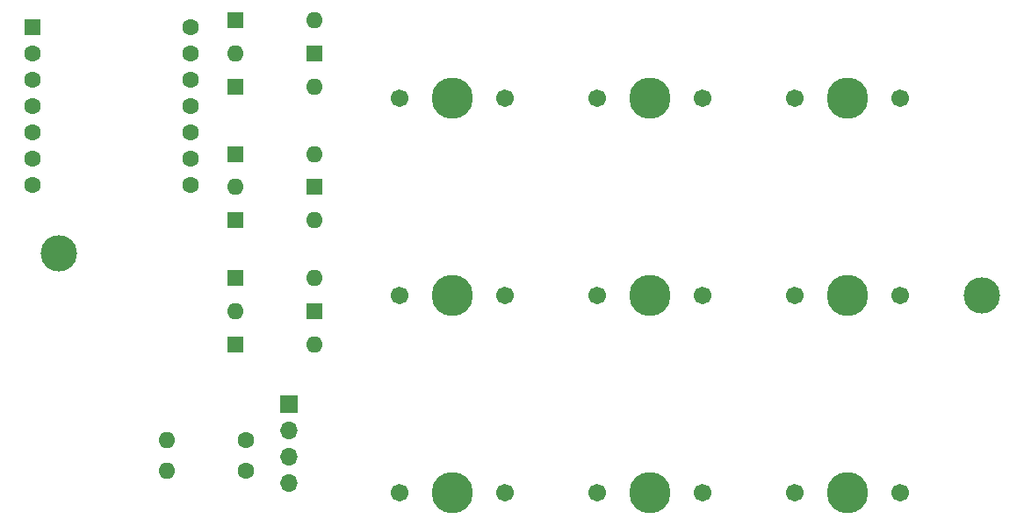
<source format=gbr>
%TF.GenerationSoftware,KiCad,Pcbnew,8.0.5+1*%
%TF.CreationDate,2024-10-20T23:16:08-06:00*%
%TF.ProjectId,Hackpad,4861636b-7061-4642-9e6b-696361645f70,rev?*%
%TF.SameCoordinates,Original*%
%TF.FileFunction,Soldermask,Top*%
%TF.FilePolarity,Negative*%
%FSLAX46Y46*%
G04 Gerber Fmt 4.6, Leading zero omitted, Abs format (unit mm)*
G04 Created by KiCad (PCBNEW 8.0.5+1) date 2024-10-20 23:16:08*
%MOMM*%
%LPD*%
G01*
G04 APERTURE LIST*
%ADD10C,1.701800*%
%ADD11C,3.987800*%
%ADD12R,1.600000X1.600000*%
%ADD13O,1.600000X1.600000*%
%ADD14C,3.500000*%
%ADD15C,1.600000*%
%ADD16R,1.700000X1.700000*%
%ADD17O,1.700000X1.700000*%
G04 APERTURE END LIST*
D10*
%TO.C,SW6*%
X71870000Y-63100000D03*
D11*
X76950000Y-63100000D03*
D10*
X82030000Y-63100000D03*
%TD*%
D12*
%TO.C,D3*%
X37000000Y-42370000D03*
D13*
X44620000Y-42370000D03*
%TD*%
D10*
%TO.C,SW1*%
X52820000Y-25000000D03*
D11*
X57900000Y-25000000D03*
D10*
X62980000Y-25000000D03*
%TD*%
D12*
%TO.C,D2*%
X37000000Y-30370000D03*
D13*
X44620000Y-30370000D03*
%TD*%
D12*
%TO.C,D4*%
X44620000Y-20670000D03*
D13*
X37000000Y-20670000D03*
%TD*%
D10*
%TO.C,SW7*%
X90920000Y-25000000D03*
D11*
X96000000Y-25000000D03*
D10*
X101080000Y-25000000D03*
%TD*%
D12*
%TO.C,D6*%
X44620000Y-45570000D03*
D13*
X37000000Y-45570000D03*
%TD*%
D10*
%TO.C,SW2*%
X52820000Y-44050000D03*
D11*
X57900000Y-44050000D03*
D10*
X62980000Y-44050000D03*
%TD*%
%TO.C,SW5*%
X71870000Y-44050000D03*
D11*
X76950000Y-44050000D03*
D10*
X82030000Y-44050000D03*
%TD*%
D14*
%TO.C,REF\u002A\u002A*%
X20000000Y-40000000D03*
%TD*%
D12*
%TO.C,D8*%
X37000000Y-36770000D03*
D13*
X44620000Y-36770000D03*
%TD*%
D15*
%TO.C,R1*%
X38000000Y-58000000D03*
D13*
X30380000Y-58000000D03*
%TD*%
D10*
%TO.C,SW8*%
X90920000Y-44050000D03*
D11*
X96000000Y-44050000D03*
D10*
X101080000Y-44050000D03*
%TD*%
D16*
%TO.C,SSD1306*%
X42190000Y-54500000D03*
D17*
X42190000Y-57040000D03*
X42190000Y-59580000D03*
X42190000Y-62120000D03*
%TD*%
D10*
%TO.C,SW9*%
X90920000Y-63100000D03*
D11*
X96000000Y-63100000D03*
D10*
X101080000Y-63100000D03*
%TD*%
%TO.C,SW4*%
X71870000Y-25000000D03*
D11*
X76950000Y-25000000D03*
D10*
X82030000Y-25000000D03*
%TD*%
D12*
%TO.C,D9*%
X37000000Y-48770000D03*
D13*
X44620000Y-48770000D03*
%TD*%
D15*
%TO.C,R2*%
X38000000Y-61000000D03*
D13*
X30380000Y-61000000D03*
%TD*%
D14*
%TO.C,REF\u002A\u002A*%
X109000000Y-44000000D03*
%TD*%
D12*
%TO.C,D7*%
X37000000Y-23870000D03*
D13*
X44620000Y-23870000D03*
%TD*%
D12*
%TO.C,U1*%
X17480000Y-18105000D03*
D15*
X17480000Y-20645000D03*
X17480000Y-23185000D03*
X17480000Y-25725000D03*
X17480000Y-28265000D03*
X17480000Y-30805000D03*
X17480000Y-33345000D03*
X32720000Y-33345000D03*
X32720000Y-30805000D03*
X32720000Y-28265000D03*
X32720000Y-25725000D03*
X32720000Y-23185000D03*
X32720000Y-20645000D03*
X32720000Y-18105000D03*
%TD*%
D12*
%TO.C,D5*%
X44620000Y-33570000D03*
D13*
X37000000Y-33570000D03*
%TD*%
D12*
%TO.C,D1*%
X37000000Y-17470000D03*
D13*
X44620000Y-17470000D03*
%TD*%
D10*
%TO.C,SW3*%
X52820000Y-63100000D03*
D11*
X57900000Y-63100000D03*
D10*
X62980000Y-63100000D03*
%TD*%
M02*

</source>
